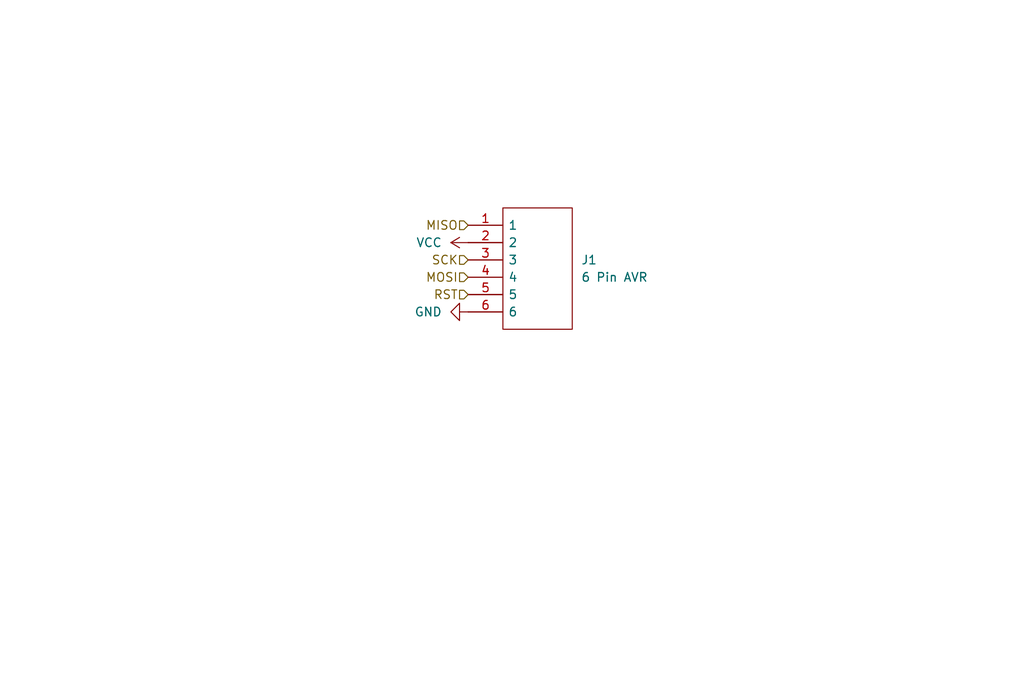
<source format=kicad_sch>
(kicad_sch (version 20211123) (generator eeschema)
  (paper "User" 150.012 99.9998)
  (title_block (title "Ramen80") (date "2022-03-05") (rev "v1.0.0") (company "Ramen Keebs"))
  (lib_symbols
    (symbol "RamenKeebs:AVR_PROG" (pin_names (offset 0.762))
      (property "Reference" "J" (at 8.89 3.81 0))
      (property "Value" "AVR_PROG" (at 5.08 -16.51 0))
      (symbol "AVR_PROG_0_0"
        (pin passive line (at 0 0 0) (length 5.08) (name "1") (number "1"))
        (pin passive line (at 0 -2.54 0) (length 5.08) (name "2") (number "2"))
        (pin passive line (at 0 -5.08 0) (length 5.08) (name "3") (number "3"))
        (pin passive line (at 0 -7.62 0) (length 5.08) (name "4") (number "4"))
        (pin passive line (at 0 -10.16 0) (length 5.08) (name "5") (number "5"))
        (pin passive line (at 0 -12.7 0) (length 5.08) (name "6") (number "6"))
      )
      (symbol "AVR_PROG_0_1"
        (polyline (pts (xy 5.08 2.54) (xy 15.24 2.54) (xy 15.24 -15.24) (xy 5.08 -15.24) (xy 5.08 2.54)) (stroke (width 0.1524)))
      )
    )
    (symbol "power:GND" (power) (pin_names (offset 0))
      (property "Value" "GND" (at 0 -3.81 0))
      (symbol "GND_0_1"
        (polyline (pts (xy 0 0) (xy 0 -1.27) (xy 1.27 -1.27) (xy 0 -2.54) (xy -1.27 -1.27) (xy 0 -1.27)))
      )
      (symbol "GND_1_1"
        (pin power_in line (at 0 0 270) (length 0) hide (name "GND") (number "1"))
      )
    )
    (symbol "power:VCC" (power) (pin_names (offset 0))
      (property "Value" "VCC" (at 0 3.81 0))
      (symbol "VCC_0_1"
        (polyline (pts (xy -0.762 1.27) (xy 0 2.54)))
        (polyline (pts (xy 0 0) (xy 0 2.54)))
        (polyline (pts (xy 0 2.54) (xy 0.762 1.27)))
      )
      (symbol "VCC_1_1"
        (pin power_in line (at 0 0 90) (length 0) hide (name "VCC") (number "1"))
      )
    )
  )
  (hierarchical_label "SCK" (shape input) (at 68.58 38.1 180))
  (hierarchical_label "RST" (shape input) (at 68.58 43.18 180))
  (hierarchical_label "MISO" (shape input) (at 68.58 33.02 180))
  (hierarchical_label "MOSI" (shape input) (at 68.58 40.64 180))
  (symbol (lib_id "power:VCC") (at 68.58 35.56 90) (unit 1)
    (property "Reference" "#PWR035" (effects hide))
    (property "Value" "VCC" (at 64.77 35.5599 90) (effects (justify left)))
  )
  (symbol (lib_id "power:GND") (at 68.58 45.72 270) (unit 1)
    (property "Reference" "#PWR036" (effects hide))
    (property "Value" "GND" (at 64.77 45.7199 90) (effects (justify right)))
  )
  (symbol (lib_id "RamenKeebs:AVR_PROG") (at 68.58 33.02 0) (unit 1)
    (property "Reference" "J1" (at 85.09 38.0999 0) (effects (justify left)))
    (property "Value" "6 Pin AVR" (at 85.09 40.6399 0) (effects (justify left)))
    (property "Footprint" "SamacSys_Parts:RHDR6W30P0X100_1X6_650X150X210P" (effects hide))
    (property "Manufacturer_Name" "GCT" (effects hide))
  )
)
</source>
